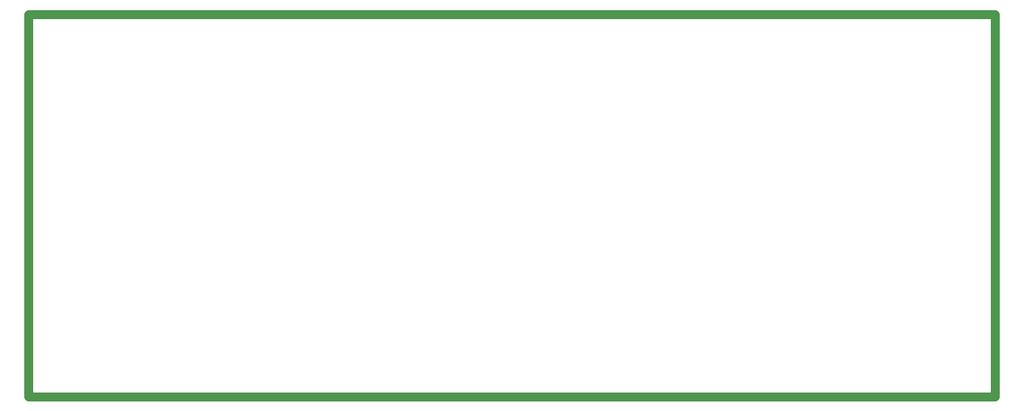
<source format=gm1>
G04*
G04 #@! TF.GenerationSoftware,Altium Limited,Altium Designer,21.6.1 (37)*
G04*
G04 Layer_Color=16711935*
%FSLAX25Y25*%
%MOIN*%
G70*
G04*
G04 #@! TF.SameCoordinates,5A4F57BB-18EF-4FC9-9596-1EF8DA8ABA7A*
G04*
G04*
G04 #@! TF.FilePolarity,Positive*
G04*
G01*
G75*
%ADD32C,0.04724*%
D32*
X0Y0D02*
Y200000D01*
Y0D02*
X505000D01*
Y200000D01*
X0D02*
X505000D01*
M02*

</source>
